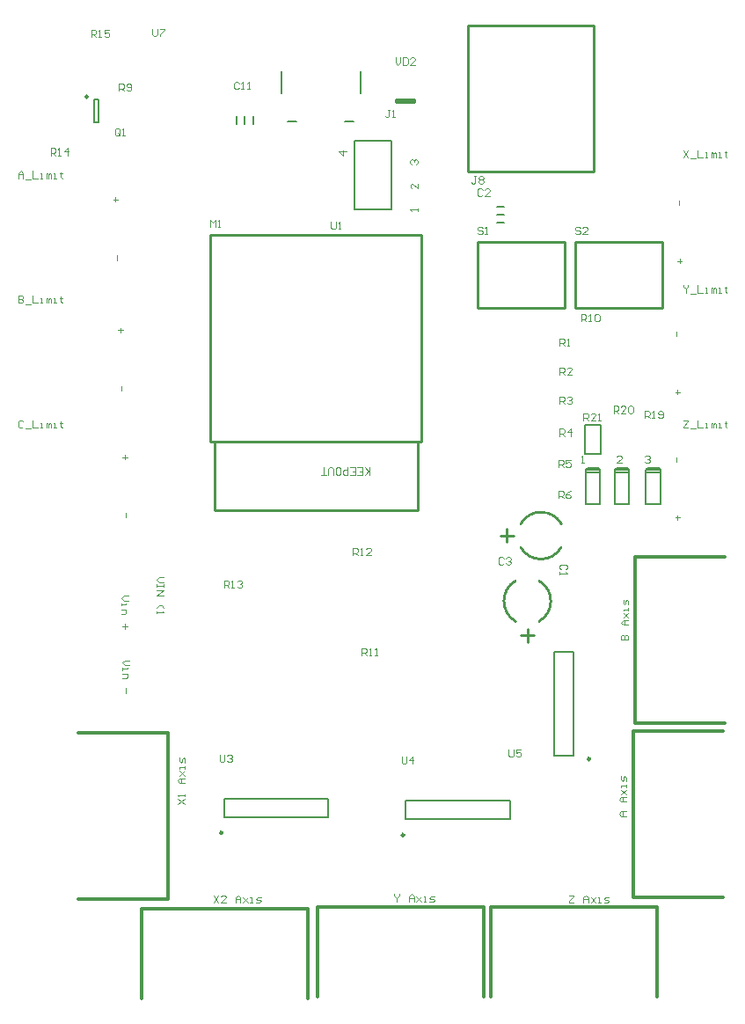
<source format=gto>
G04*
G04 #@! TF.GenerationSoftware,Altium Limited,CircuitMaker,2.2.0 (2.2.0.5)*
G04*
G04 Layer_Color=15132400*
%FSLAX24Y24*%
%MOIN*%
G70*
G04*
G04 #@! TF.SameCoordinates,7AF7A03E-A370-4C74-A711-71AC0677D318*
G04*
G04*
G04 #@! TF.FilePolarity,Positive*
G04*
G01*
G75*
%ADD10C,0.0098*%
%ADD11C,0.0100*%
%ADD12C,0.0118*%
%ADD13C,0.0079*%
%ADD14C,0.0050*%
%ADD15C,0.0080*%
%ADD16C,0.0049*%
D10*
X31900Y21301D02*
G03*
X31900Y21301I-49J0D01*
G01*
X24854Y18425D02*
G03*
X24854Y18425I-49J0D01*
G01*
X17965Y18504D02*
G03*
X17965Y18504I-49J0D01*
G01*
X12876Y46398D02*
G03*
X12876Y46398I-49J0D01*
G01*
D11*
X29970Y26516D02*
G03*
X29970Y28051I-443J767D01*
G01*
X29077Y28053D02*
G03*
X29077Y26519I443J-767D01*
G01*
X29272Y29321D02*
G03*
X30807Y29321I767J443D01*
G01*
X30809Y30215D02*
G03*
X29275Y30215I-767J-443D01*
G01*
X24532Y46196D02*
Y46296D01*
X25232D01*
Y46196D02*
Y46296D01*
X24532Y46196D02*
X25232D01*
X34642Y38403D02*
Y40896D01*
X31342Y38403D02*
Y40896D01*
Y38403D02*
X34642D01*
X31342Y40896D02*
X34642D01*
X30941Y38403D02*
Y40896D01*
X27641Y38403D02*
Y40896D01*
Y38403D02*
X30941D01*
X27641Y40896D02*
X30941D01*
X17669Y30733D02*
X23771D01*
X17669D02*
Y33332D01*
X23771Y30733D02*
X25356D01*
X17519Y41156D02*
X25506D01*
X17519Y33322D02*
Y41156D01*
X25506Y33322D02*
Y41156D01*
X17669Y33332D02*
X25356D01*
Y30733D02*
Y33332D01*
X25366Y33322D02*
X25506D01*
X17519D02*
X17659D01*
X27264Y43557D02*
Y49089D01*
X32024Y43557D02*
Y49089D01*
X27264Y43557D02*
X32024D01*
X27264Y49089D02*
X32024D01*
X29278Y25983D02*
X29778D01*
X29528Y25733D02*
Y26233D01*
X28739Y29514D02*
Y30014D01*
X28489Y29764D02*
X28989D01*
D12*
X15915Y15984D02*
Y22283D01*
X12520Y15984D02*
X15915D01*
X12520Y22283D02*
X12717D01*
X15915D01*
X33612Y22677D02*
X36811D01*
X37008D01*
X33612Y28976D02*
X37008D01*
X33612Y22677D02*
Y28976D01*
X33533Y16063D02*
X36732D01*
X36929D01*
X33533Y22362D02*
X36929D01*
X33533Y16063D02*
Y22362D01*
X28150Y12480D02*
Y15679D01*
Y12283D02*
Y12480D01*
X34449Y12283D02*
Y15679D01*
X28150D02*
X34449D01*
X21575Y12480D02*
Y15679D01*
Y12283D02*
Y12480D01*
X27874Y12283D02*
Y15679D01*
X21575D02*
X27874D01*
X14921Y12441D02*
Y15640D01*
Y12244D02*
Y12441D01*
X21220Y12244D02*
Y15640D01*
X14921D02*
X21220D01*
D13*
X18504Y45374D02*
Y45650D01*
X19134Y45374D02*
Y45650D01*
X18819Y45374D02*
Y45650D01*
X34016Y32250D02*
X34566D01*
X34491Y32325D02*
X34566Y32250D01*
X34091Y32325D02*
X34491D01*
X34016Y32249D02*
X34091Y32325D01*
X34491D02*
X34567Y32249D01*
Y31950D02*
Y32249D01*
X34016Y32175D02*
X34567D01*
X34016Y32000D02*
Y32249D01*
Y30975D02*
Y32000D01*
Y30975D02*
X34567D01*
Y31950D01*
X32835Y32250D02*
X33385D01*
X33310Y32325D02*
X33385Y32250D01*
X32910Y32325D02*
X33310D01*
X32835Y32249D02*
X32910Y32325D01*
X33310D02*
X33386Y32249D01*
Y31950D02*
Y32249D01*
X32835Y32175D02*
X33386D01*
X32835Y32000D02*
Y32249D01*
Y30975D02*
Y32000D01*
Y30975D02*
X33386D01*
Y31950D01*
X31733Y32250D02*
X32283D01*
X32208Y32325D02*
X32283Y32250D01*
X31808Y32325D02*
X32208D01*
X31732Y32249D02*
X31808Y32325D01*
X32208D02*
X32283Y32249D01*
Y31950D02*
Y32249D01*
X31732Y32175D02*
X32283D01*
X31732Y32000D02*
Y32249D01*
Y30975D02*
Y32000D01*
Y30975D02*
X32283D01*
Y31950D01*
X31260Y21417D02*
Y25354D01*
X30551Y21417D02*
Y25354D01*
Y21417D02*
X31260D01*
X30551Y25354D02*
X31260D01*
X24921Y19016D02*
X28858D01*
X24921Y19724D02*
X28858D01*
X24921Y19016D02*
Y19724D01*
X28858Y19016D02*
Y19724D01*
X18032Y19094D02*
X21969D01*
X18032Y19803D02*
X21969D01*
X18032Y19094D02*
Y19803D01*
X21969Y19094D02*
Y19803D01*
X28366Y42244D02*
X28642D01*
X28366Y41614D02*
X28642D01*
X28366Y41929D02*
X28642D01*
X13114Y46299D02*
X13264D01*
X13114Y45433D02*
X13264D01*
X13114D02*
Y46299D01*
X13264Y45433D02*
Y46299D01*
D14*
X32308Y32875D02*
Y33975D01*
X31708Y32875D02*
X32308D01*
X31708D02*
Y33975D01*
X32308D01*
D15*
X22961Y44715D02*
X24361D01*
Y42135D02*
Y44715D01*
X22961Y42135D02*
X24361D01*
X22961D02*
Y44715D01*
X20197Y46535D02*
Y47362D01*
X20433Y45472D02*
X20787D01*
X22598D02*
X22953D01*
X23189Y46535D02*
Y47362D01*
D16*
X25132Y43835D02*
X25086Y43881D01*
Y43973D01*
X25132Y44019D01*
X25178D01*
X25224Y43973D01*
Y43927D01*
Y43973D01*
X25270Y44019D01*
X25315D01*
X25361Y43973D01*
Y43881D01*
X25315Y43835D01*
X22661Y44313D02*
X22386D01*
X22524Y44175D01*
Y44359D01*
X25361Y42066D02*
Y42158D01*
Y42112D01*
X25086D01*
X25132Y42066D01*
X25365Y43101D02*
Y42917D01*
X25181Y43101D01*
X25136D01*
X25090Y43055D01*
Y42963D01*
X25136Y42917D01*
X23545Y32072D02*
Y32347D01*
Y32255D01*
X23361Y32072D01*
X23499Y32209D01*
X23361Y32347D01*
X23086Y32072D02*
X23269D01*
Y32347D01*
X23086D01*
X23269Y32209D02*
X23178D01*
X22810Y32072D02*
X22994D01*
Y32347D01*
X22810D01*
X22994Y32209D02*
X22902D01*
X22718Y32347D02*
Y32072D01*
X22581D01*
X22535Y32118D01*
Y32209D01*
X22581Y32255D01*
X22718D01*
X22305Y32072D02*
X22397D01*
X22443Y32118D01*
Y32301D01*
X22397Y32347D01*
X22305D01*
X22259Y32301D01*
Y32118D01*
X22305Y32072D01*
X22167D02*
Y32301D01*
X22121Y32347D01*
X22030D01*
X21984Y32301D01*
Y32072D01*
X21892D02*
X21708D01*
X21800D01*
Y32347D01*
X14409Y27480D02*
X14226D01*
X14134Y27388D01*
X14226Y27297D01*
X14409D01*
X14134Y27205D02*
Y27113D01*
Y27159D01*
X14318D01*
Y27205D01*
X14134Y26975D02*
X14318D01*
Y26837D01*
X14272Y26792D01*
X14134D01*
X14272Y26424D02*
Y26241D01*
X14363Y26332D02*
X14180D01*
X14449Y25039D02*
X14265D01*
X14173Y24948D01*
X14265Y24856D01*
X14449D01*
X14173Y24764D02*
Y24672D01*
Y24718D01*
X14357D01*
Y24764D01*
X14173Y24534D02*
X14357D01*
Y24397D01*
X14311Y24351D01*
X14173D01*
X14311Y23983D02*
Y23800D01*
Y30630D02*
Y30446D01*
X14272Y32835D02*
Y32651D01*
X14363Y32743D02*
X14180D01*
X14114Y37638D02*
Y37454D01*
X14206Y37546D02*
X14022D01*
X14153Y35433D02*
Y35249D01*
X13917Y42598D02*
Y42415D01*
X14009Y42507D02*
X13825D01*
X13957Y40394D02*
Y40210D01*
X35295Y40079D02*
Y40262D01*
X35203Y40171D02*
X35387D01*
X35256Y42283D02*
Y42467D01*
X35217Y35118D02*
Y35302D01*
X35125Y35210D02*
X35308D01*
X35177Y37323D02*
Y37506D01*
X35217Y30354D02*
Y30538D01*
X35125Y30446D02*
X35308D01*
X35177Y32559D02*
Y32743D01*
X23250Y25220D02*
Y25496D01*
X23388D01*
X23434Y25450D01*
Y25358D01*
X23388Y25312D01*
X23250D01*
X23342D02*
X23434Y25220D01*
X23526D02*
X23617D01*
X23571D01*
Y25496D01*
X23526Y25450D01*
X23755Y25220D02*
X23847D01*
X23801D01*
Y25496D01*
X23755Y25450D01*
X18594Y46910D02*
X18548Y46955D01*
X18456D01*
X18410Y46910D01*
Y46726D01*
X18456Y46680D01*
X18548D01*
X18594Y46726D01*
X18685Y46680D02*
X18777D01*
X18731D01*
Y46955D01*
X18685Y46910D01*
X18915Y46680D02*
X19007D01*
X18961D01*
Y46955D01*
X18915Y46910D01*
X31654Y34134D02*
Y34409D01*
X31791D01*
X31837Y34363D01*
Y34272D01*
X31791Y34226D01*
X31654D01*
X31745D02*
X31837Y34134D01*
X32113D02*
X31929D01*
X32113Y34318D01*
Y34363D01*
X32067Y34409D01*
X31975D01*
X31929Y34363D01*
X32205Y34134D02*
X32296D01*
X32250D01*
Y34409D01*
X32205Y34363D01*
X32795Y34409D02*
Y34685D01*
X32933D01*
X32979Y34639D01*
Y34547D01*
X32933Y34501D01*
X32795D01*
X32887D02*
X32979Y34409D01*
X33254D02*
X33071D01*
X33254Y34593D01*
Y34639D01*
X33209Y34685D01*
X33117D01*
X33071Y34639D01*
X33346D02*
X33392Y34685D01*
X33484D01*
X33530Y34639D01*
Y34455D01*
X33484Y34409D01*
X33392D01*
X33346Y34455D01*
Y34639D01*
X33976Y34213D02*
Y34488D01*
X34114D01*
X34160Y34442D01*
Y34350D01*
X34114Y34304D01*
X33976D01*
X34068D02*
X34160Y34213D01*
X34252D02*
X34344D01*
X34298D01*
Y34488D01*
X34252Y34442D01*
X34481Y34259D02*
X34527Y34213D01*
X34619D01*
X34665Y34259D01*
Y34442D01*
X34619Y34488D01*
X34527D01*
X34481Y34442D01*
Y34396D01*
X34527Y34350D01*
X34665D01*
X33976Y32749D02*
X34022Y32795D01*
X34114D01*
X34160Y32749D01*
Y32703D01*
X34114Y32657D01*
X34068D01*
X34114D01*
X34160Y32612D01*
Y32566D01*
X34114Y32520D01*
X34022D01*
X33976Y32566D01*
X33097Y32520D02*
X32913D01*
X33097Y32703D01*
Y32749D01*
X33051Y32795D01*
X32959D01*
X32913Y32749D01*
X31575Y32520D02*
X31667D01*
X31621D01*
Y32795D01*
X31575Y32749D01*
X15315Y48976D02*
Y48747D01*
X15361Y48701D01*
X15453D01*
X15499Y48747D01*
Y48976D01*
X15590D02*
X15774D01*
Y48930D01*
X15590Y48747D01*
Y48701D01*
X24530Y47885D02*
Y47702D01*
X24622Y47610D01*
X24714Y47702D01*
Y47885D01*
X24806D02*
Y47610D01*
X24943D01*
X24989Y47656D01*
Y47840D01*
X24943Y47885D01*
X24806D01*
X25265Y47610D02*
X25081D01*
X25265Y47794D01*
Y47840D01*
X25219Y47885D01*
X25127D01*
X25081Y47840D01*
X28819Y21653D02*
Y21424D01*
X28865Y21378D01*
X28957D01*
X29003Y21424D01*
Y21653D01*
X29278D02*
X29094D01*
Y21516D01*
X29186Y21562D01*
X29232D01*
X29278Y21516D01*
Y21424D01*
X29232Y21378D01*
X29140D01*
X29094Y21424D01*
X24760Y21395D02*
Y21166D01*
X24806Y21120D01*
X24898D01*
X24944Y21166D01*
Y21395D01*
X25173Y21120D02*
Y21395D01*
X25036Y21258D01*
X25219D01*
X17870Y21465D02*
Y21236D01*
X17916Y21190D01*
X18008D01*
X18054Y21236D01*
Y21465D01*
X18146Y21420D02*
X18191Y21465D01*
X18283D01*
X18329Y21420D01*
Y21374D01*
X18283Y21328D01*
X18237D01*
X18283D01*
X18329Y21282D01*
Y21236D01*
X18283Y21190D01*
X18191D01*
X18146Y21236D01*
X22087Y41653D02*
Y41424D01*
X22133Y41378D01*
X22224D01*
X22270Y41424D01*
Y41653D01*
X22362Y41378D02*
X22454D01*
X22408D01*
Y41653D01*
X22362Y41608D01*
X31524Y41420D02*
X31478Y41466D01*
X31386D01*
X31340Y41420D01*
Y41374D01*
X31386Y41328D01*
X31478D01*
X31524Y41282D01*
Y41236D01*
X31478Y41190D01*
X31386D01*
X31340Y41236D01*
X31799Y41190D02*
X31616D01*
X31799Y41374D01*
Y41420D01*
X31753Y41466D01*
X31661D01*
X31616Y41420D01*
X27824D02*
X27778Y41466D01*
X27686D01*
X27640Y41420D01*
Y41374D01*
X27686Y41328D01*
X27778D01*
X27824Y41282D01*
Y41236D01*
X27778Y41190D01*
X27686D01*
X27640Y41236D01*
X27915Y41190D02*
X28007D01*
X27961D01*
Y41466D01*
X27915Y41420D01*
X22913Y29016D02*
Y29291D01*
X23051D01*
X23097Y29245D01*
Y29153D01*
X23051Y29108D01*
X22913D01*
X23005D02*
X23097Y29016D01*
X23189D02*
X23281D01*
X23235D01*
Y29291D01*
X23189Y29245D01*
X23602Y29016D02*
X23418D01*
X23602Y29199D01*
Y29245D01*
X23556Y29291D01*
X23464D01*
X23418Y29245D01*
X31570Y37880D02*
Y38156D01*
X31708D01*
X31754Y38110D01*
Y38018D01*
X31708Y37972D01*
X31570D01*
X31662D02*
X31754Y37880D01*
X31846D02*
X31937D01*
X31891D01*
Y38156D01*
X31846Y38110D01*
X32075D02*
X32121Y38156D01*
X32213D01*
X32259Y38110D01*
Y37926D01*
X32213Y37880D01*
X32121D01*
X32075Y37926D01*
Y38110D01*
X30709Y31181D02*
Y31457D01*
X30846D01*
X30892Y31411D01*
Y31319D01*
X30846Y31273D01*
X30709D01*
X30800D02*
X30892Y31181D01*
X31168Y31457D02*
X31076Y31411D01*
X30984Y31319D01*
Y31227D01*
X31030Y31181D01*
X31122D01*
X31168Y31227D01*
Y31273D01*
X31122Y31319D01*
X30984D01*
X30709Y32362D02*
Y32638D01*
X30846D01*
X30892Y32592D01*
Y32500D01*
X30846Y32454D01*
X30709D01*
X30800D02*
X30892Y32362D01*
X31168Y32638D02*
X30984D01*
Y32500D01*
X31076Y32546D01*
X31122D01*
X31168Y32500D01*
Y32408D01*
X31122Y32362D01*
X31030D01*
X30984Y32408D01*
X30748Y33543D02*
Y33819D01*
X30886D01*
X30932Y33773D01*
Y33681D01*
X30886Y33635D01*
X30748D01*
X30840D02*
X30932Y33543D01*
X31161D02*
Y33819D01*
X31024Y33681D01*
X31207D01*
X30748Y34764D02*
Y35039D01*
X30886D01*
X30932Y34993D01*
Y34902D01*
X30886Y34856D01*
X30748D01*
X30840D02*
X30932Y34764D01*
X31024Y34993D02*
X31069Y35039D01*
X31161D01*
X31207Y34993D01*
Y34947D01*
X31161Y34902D01*
X31115D01*
X31161D01*
X31207Y34856D01*
Y34810D01*
X31161Y34764D01*
X31069D01*
X31024Y34810D01*
X30748Y35866D02*
Y36142D01*
X30886D01*
X30932Y36096D01*
Y36004D01*
X30886Y35958D01*
X30748D01*
X30840D02*
X30932Y35866D01*
X31207D02*
X31024D01*
X31207Y36050D01*
Y36096D01*
X31161Y36142D01*
X31069D01*
X31024Y36096D01*
X30748Y36969D02*
Y37244D01*
X30886D01*
X30932Y37198D01*
Y37106D01*
X30886Y37060D01*
X30748D01*
X30840D02*
X30932Y36969D01*
X31024D02*
X31115D01*
X31069D01*
Y37244D01*
X31024Y37198D01*
X17520Y41460D02*
Y41736D01*
X17612Y41644D01*
X17704Y41736D01*
Y41460D01*
X17795D02*
X17887D01*
X17841D01*
Y41736D01*
X17795Y41690D01*
X24318Y45905D02*
X24226D01*
X24272D01*
Y45676D01*
X24226Y45630D01*
X24180D01*
X24134Y45676D01*
X24409Y45630D02*
X24501D01*
X24455D01*
Y45905D01*
X24409Y45860D01*
X27585Y43386D02*
X27493D01*
X27539D01*
Y43156D01*
X27493Y43110D01*
X27447D01*
X27402Y43156D01*
X27677Y43340D02*
X27723Y43386D01*
X27815D01*
X27861Y43340D01*
Y43294D01*
X27815Y43248D01*
X27861Y43202D01*
Y43156D01*
X27815Y43110D01*
X27723D01*
X27677Y43156D01*
Y43202D01*
X27723Y43248D01*
X27677Y43294D01*
Y43340D01*
X27723Y43248D02*
X27815D01*
X10420Y34088D02*
X10374Y34134D01*
X10282D01*
X10236Y34088D01*
Y33904D01*
X10282Y33858D01*
X10374D01*
X10420Y33904D01*
X10512Y33812D02*
X10695D01*
X10787Y34134D02*
Y33858D01*
X10971D01*
X11063D02*
X11155D01*
X11109D01*
Y34042D01*
X11063D01*
X11292Y33858D02*
Y34042D01*
X11338D01*
X11384Y33996D01*
Y33858D01*
Y33996D01*
X11430Y34042D01*
X11476Y33996D01*
Y33858D01*
X11568D02*
X11660D01*
X11614D01*
Y34042D01*
X11568D01*
X11843Y34088D02*
Y34042D01*
X11797D01*
X11889D01*
X11843D01*
Y33904D01*
X11889Y33858D01*
X10236Y38858D02*
Y38583D01*
X10374D01*
X10420Y38629D01*
Y38675D01*
X10374Y38720D01*
X10236D01*
X10374D01*
X10420Y38766D01*
Y38812D01*
X10374Y38858D01*
X10236D01*
X10512Y38537D02*
X10695D01*
X10787Y38858D02*
Y38583D01*
X10971D01*
X11063D02*
X11155D01*
X11109D01*
Y38766D01*
X11063D01*
X11292Y38583D02*
Y38766D01*
X11338D01*
X11384Y38720D01*
Y38583D01*
Y38720D01*
X11430Y38766D01*
X11476Y38720D01*
Y38583D01*
X11568D02*
X11660D01*
X11614D01*
Y38766D01*
X11568D01*
X11843Y38812D02*
Y38766D01*
X11797D01*
X11889D01*
X11843D01*
Y38629D01*
X11889Y38583D01*
X10236Y43307D02*
Y43491D01*
X10328Y43583D01*
X10420Y43491D01*
Y43307D01*
Y43445D01*
X10236D01*
X10512Y43261D02*
X10695D01*
X10787Y43583D02*
Y43307D01*
X10971D01*
X11063D02*
X11155D01*
X11109D01*
Y43491D01*
X11063D01*
X11292Y43307D02*
Y43491D01*
X11338D01*
X11384Y43445D01*
Y43307D01*
Y43445D01*
X11430Y43491D01*
X11476Y43445D01*
Y43307D01*
X11568D02*
X11660D01*
X11614D01*
Y43491D01*
X11568D01*
X11843Y43537D02*
Y43491D01*
X11797D01*
X11889D01*
X11843D01*
Y43353D01*
X11889Y43307D01*
X35433Y34134D02*
X35617D01*
Y34088D01*
X35433Y33904D01*
Y33858D01*
X35617D01*
X35709Y33812D02*
X35892D01*
X35984Y34134D02*
Y33858D01*
X36168D01*
X36260D02*
X36351D01*
X36305D01*
Y34042D01*
X36260D01*
X36489Y33858D02*
Y34042D01*
X36535D01*
X36581Y33996D01*
Y33858D01*
Y33996D01*
X36627Y34042D01*
X36673Y33996D01*
Y33858D01*
X36765D02*
X36857D01*
X36811D01*
Y34042D01*
X36765D01*
X37040Y34088D02*
Y34042D01*
X36994D01*
X37086D01*
X37040D01*
Y33904D01*
X37086Y33858D01*
X35433Y39252D02*
Y39206D01*
X35525Y39114D01*
X35617Y39206D01*
Y39252D01*
X35525Y39114D02*
Y38976D01*
X35709Y38930D02*
X35892D01*
X35984Y39252D02*
Y38976D01*
X36168D01*
X36260D02*
X36351D01*
X36305D01*
Y39160D01*
X36260D01*
X36489Y38976D02*
Y39160D01*
X36535D01*
X36581Y39114D01*
Y38976D01*
Y39114D01*
X36627Y39160D01*
X36673Y39114D01*
Y38976D01*
X36765D02*
X36857D01*
X36811D01*
Y39160D01*
X36765D01*
X37040Y39206D02*
Y39160D01*
X36994D01*
X37086D01*
X37040D01*
Y39022D01*
X37086Y38976D01*
X35433Y44370D02*
X35617Y44094D01*
Y44370D02*
X35433Y44094D01*
X35709Y44049D02*
X35892D01*
X35984Y44370D02*
Y44094D01*
X36168D01*
X36260D02*
X36351D01*
X36305D01*
Y44278D01*
X36260D01*
X36489Y44094D02*
Y44278D01*
X36535D01*
X36581Y44232D01*
Y44094D01*
Y44232D01*
X36627Y44278D01*
X36673Y44232D01*
Y44094D01*
X36765D02*
X36857D01*
X36811D01*
Y44278D01*
X36765D01*
X37040Y44324D02*
Y44278D01*
X36994D01*
X37086D01*
X37040D01*
Y44140D01*
X37086Y44094D01*
X33071Y25827D02*
X33346D01*
Y25965D01*
X33301Y26010D01*
X33255D01*
X33209Y25965D01*
Y25827D01*
Y25965D01*
X33163Y26010D01*
X33117D01*
X33071Y25965D01*
Y25827D01*
X33346Y26378D02*
X33163D01*
X33071Y26470D01*
X33163Y26561D01*
X33346D01*
X33209D01*
Y26378D01*
X33163Y26653D02*
X33346Y26837D01*
X33255Y26745D01*
X33163Y26837D01*
X33346Y26653D01*
Y26929D02*
Y27021D01*
Y26975D01*
X33163D01*
Y26929D01*
X33346Y27158D02*
Y27296D01*
X33301Y27342D01*
X33255Y27296D01*
Y27204D01*
X33209Y27158D01*
X33163Y27204D01*
Y27342D01*
X33268Y19134D02*
X33084D01*
X32992Y19226D01*
X33084Y19318D01*
X33268D01*
X33130D01*
Y19134D01*
X33268Y19685D02*
X33084D01*
X32992Y19777D01*
X33084Y19869D01*
X33268D01*
X33130D01*
Y19685D01*
X33084Y19960D02*
X33268Y20144D01*
X33176Y20052D01*
X33084Y20144D01*
X33268Y19960D01*
Y20236D02*
Y20328D01*
Y20282D01*
X33084D01*
Y20236D01*
X33268Y20465D02*
Y20603D01*
X33222Y20649D01*
X33176Y20603D01*
Y20511D01*
X33130Y20465D01*
X33084Y20511D01*
Y20649D01*
X31102Y16142D02*
X31286D01*
Y16096D01*
X31102Y15912D01*
Y15866D01*
X31286D01*
X31653D02*
Y16050D01*
X31745Y16142D01*
X31837Y16050D01*
Y15866D01*
Y16004D01*
X31653D01*
X31929Y16050D02*
X32113Y15866D01*
X32021Y15958D01*
X32113Y16050D01*
X31929Y15866D01*
X32204D02*
X32296D01*
X32250D01*
Y16050D01*
X32204D01*
X32434Y15866D02*
X32572D01*
X32618Y15912D01*
X32572Y15958D01*
X32480D01*
X32434Y16004D01*
X32480Y16050D01*
X32618D01*
X24488Y16181D02*
Y16135D01*
X24580Y16043D01*
X24672Y16135D01*
Y16181D01*
X24580Y16043D02*
Y15906D01*
X25039D02*
Y16089D01*
X25131Y16181D01*
X25223Y16089D01*
Y15906D01*
Y16043D01*
X25039D01*
X25315Y16089D02*
X25498Y15906D01*
X25407Y15997D01*
X25498Y16089D01*
X25315Y15906D01*
X25590D02*
X25682D01*
X25636D01*
Y16089D01*
X25590D01*
X25820Y15906D02*
X25958D01*
X26003Y15951D01*
X25958Y15997D01*
X25866D01*
X25820Y16043D01*
X25866Y16089D01*
X26003D01*
X17638Y16142D02*
X17821Y15866D01*
Y16142D02*
X17638Y15866D01*
X18097D02*
X17913D01*
X18097Y16050D01*
Y16096D01*
X18051Y16142D01*
X17959D01*
X17913Y16096D01*
X18464Y15866D02*
Y16050D01*
X18556Y16142D01*
X18648Y16050D01*
Y15866D01*
Y16004D01*
X18464D01*
X18740Y16050D02*
X18923Y15866D01*
X18832Y15958D01*
X18923Y16050D01*
X18740Y15866D01*
X19015D02*
X19107D01*
X19061D01*
Y16050D01*
X19015D01*
X19245Y15866D02*
X19383D01*
X19429Y15912D01*
X19383Y15958D01*
X19291D01*
X19245Y16004D01*
X19291Y16050D01*
X19429D01*
X16260Y19606D02*
X16535Y19790D01*
X16260D02*
X16535Y19606D01*
Y19882D02*
Y19974D01*
Y19928D01*
X16260D01*
X16306Y19882D01*
X16535Y20387D02*
X16352D01*
X16260Y20479D01*
X16352Y20571D01*
X16535D01*
X16398D01*
Y20387D01*
X16352Y20662D02*
X16535Y20846D01*
X16444Y20754D01*
X16352Y20846D01*
X16535Y20662D01*
Y20938D02*
Y21030D01*
Y20984D01*
X16352D01*
Y20938D01*
X16535Y21167D02*
Y21305D01*
X16490Y21351D01*
X16444Y21305D01*
Y21213D01*
X16398Y21167D01*
X16352Y21213D01*
Y21351D01*
X27824Y42870D02*
X27778Y42916D01*
X27686D01*
X27640Y42870D01*
Y42686D01*
X27686Y42640D01*
X27778D01*
X27824Y42686D01*
X28099Y42640D02*
X27915D01*
X28099Y42824D01*
Y42870D01*
X28053Y42916D01*
X27961D01*
X27915Y42870D01*
X28624Y28900D02*
X28578Y28946D01*
X28486D01*
X28440Y28900D01*
Y28716D01*
X28486Y28670D01*
X28578D01*
X28624Y28716D01*
X28716Y28900D02*
X28761Y28946D01*
X28853D01*
X28899Y28900D01*
Y28854D01*
X28853Y28808D01*
X28807D01*
X28853D01*
X28899Y28762D01*
Y28716D01*
X28853Y28670D01*
X28761D01*
X28716Y28716D01*
X30978Y28478D02*
X31024Y28524D01*
Y28616D01*
X30978Y28661D01*
X30794D01*
X30748Y28616D01*
Y28524D01*
X30794Y28478D01*
X30748Y28386D02*
Y28294D01*
Y28340D01*
X31024D01*
X30978Y28386D01*
X15748Y28189D02*
X15564D01*
X15472Y28097D01*
X15564Y28005D01*
X15748D01*
Y27913D02*
Y27822D01*
Y27868D01*
X15472D01*
Y27913D01*
Y27822D01*
Y27684D02*
X15748D01*
X15472Y27500D01*
X15748D01*
X15472Y27041D02*
X15564Y27133D01*
X15656D01*
X15748Y27041D01*
X15472Y26903D02*
Y26811D01*
Y26857D01*
X15748D01*
X15702Y26903D01*
X14081Y44967D02*
Y45151D01*
X14035Y45197D01*
X13944D01*
X13898Y45151D01*
Y44967D01*
X13944Y44921D01*
X14035D01*
X13989Y45013D02*
X14081Y44921D01*
X14035D02*
X14081Y44967D01*
X14173Y44921D02*
X14265D01*
X14219D01*
Y45197D01*
X14173Y45151D01*
X14055Y46614D02*
Y46890D01*
X14193D01*
X14239Y46844D01*
Y46752D01*
X14193Y46706D01*
X14055D01*
X14147D02*
X14239Y46614D01*
X14331Y46660D02*
X14377Y46614D01*
X14468D01*
X14514Y46660D01*
Y46844D01*
X14468Y46890D01*
X14377D01*
X14331Y46844D01*
Y46798D01*
X14377Y46752D01*
X14514D01*
X18032Y27795D02*
Y28071D01*
X18169D01*
X18215Y28025D01*
Y27933D01*
X18169Y27887D01*
X18032D01*
X18123D02*
X18215Y27795D01*
X18307D02*
X18399D01*
X18353D01*
Y28071D01*
X18307Y28025D01*
X18537D02*
X18583Y28071D01*
X18674D01*
X18720Y28025D01*
Y27979D01*
X18674Y27933D01*
X18628D01*
X18674D01*
X18720Y27887D01*
Y27841D01*
X18674Y27795D01*
X18583D01*
X18537Y27841D01*
X11457Y44173D02*
Y44449D01*
X11594D01*
X11640Y44403D01*
Y44311D01*
X11594Y44265D01*
X11457D01*
X11549D02*
X11640Y44173D01*
X11732D02*
X11824D01*
X11778D01*
Y44449D01*
X11732Y44403D01*
X12100Y44173D02*
Y44449D01*
X11962Y44311D01*
X12145D01*
X12990Y48660D02*
Y48935D01*
X13128D01*
X13174Y48890D01*
Y48798D01*
X13128Y48752D01*
X12990D01*
X13082D02*
X13174Y48660D01*
X13266D02*
X13357D01*
X13311D01*
Y48935D01*
X13266Y48890D01*
X13679Y48935D02*
X13495D01*
Y48798D01*
X13587Y48844D01*
X13633D01*
X13679Y48798D01*
Y48706D01*
X13633Y48660D01*
X13541D01*
X13495Y48706D01*
M02*

</source>
